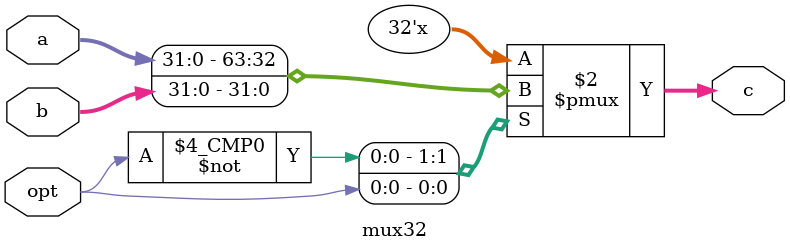
<source format=v>
`timescale 1ns / 1ps


module mux32(//deselect 32bits data
    input [31:0]a,
    input [31:0]b,
    input opt,
    output reg[31:0]c
    );
    always @(*) begin
    case(opt)
    1'b0:c<=a;
    1'b1:c<=b;
    endcase
    end
endmodule

</source>
